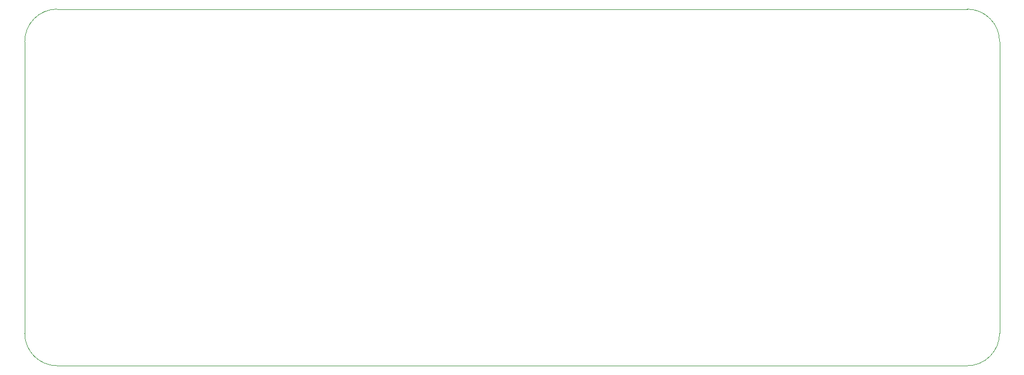
<source format=gm1>
G04*
G04 #@! TF.GenerationSoftware,Altium Limited,Altium Designer,23.11.1 (41)*
G04*
G04 Layer_Color=16711935*
%FSLAX44Y44*%
%MOMM*%
G71*
G04*
G04 #@! TF.SameCoordinates,47FBA793-924A-4BED-84D3-63313EB43BBA*
G04*
G04*
G04 #@! TF.FilePolarity,Positive*
G04*
G01*
G75*
%ADD10C,0.1000*%
D10*
X50000Y550000D02*
G03*
X0Y500000I0J-50000D01*
G01*
X1500000Y500000D02*
G03*
X1450000Y550000I-50000J0D01*
G01*
X0Y50000D02*
G03*
X50000Y0I50000J0D01*
G01*
X1450000Y0D02*
G03*
X1500000Y50000I0J50000D01*
G01*
X50000Y550000D02*
X1450000D01*
X0Y50000D02*
Y500000D01*
X1500000Y50000D02*
Y500000D01*
X50000Y0D02*
X1450000D01*
M02*

</source>
